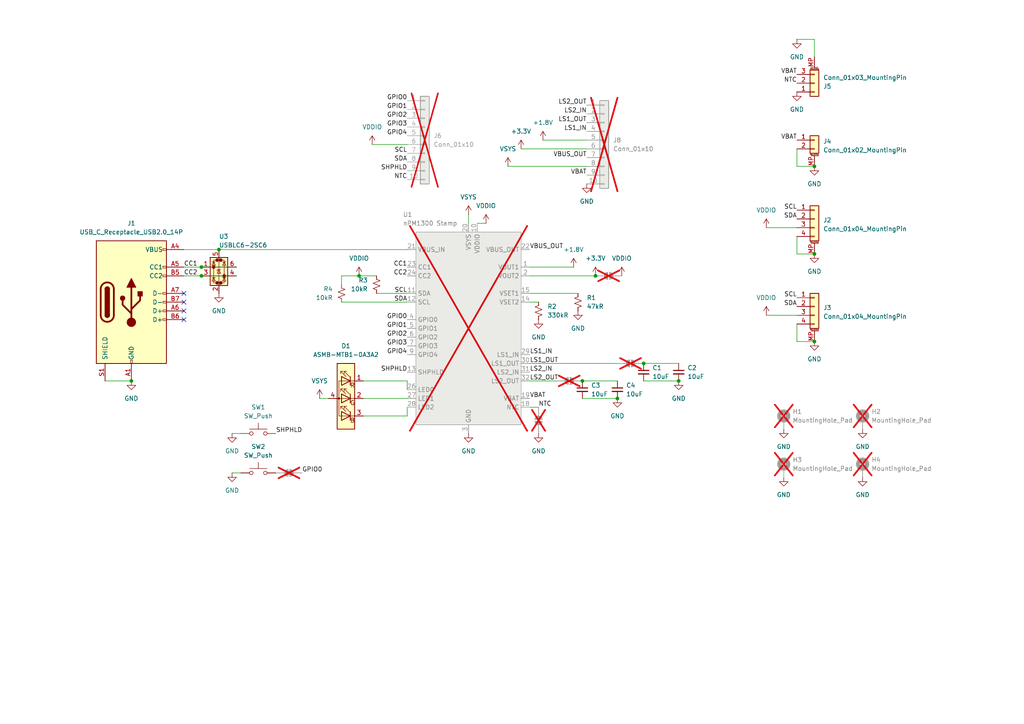
<source format=kicad_sch>
(kicad_sch (version 20231120) (generator "eeschema") (generator_version "8.0")
  (paper "A4")
  (lib_symbols
    (symbol "+3.3V_1" (power) (pin_numbers hide) (pin_names (offset 0) hide)
      (property "Value" "+3.3V" (at 0 3.556 0))
      (symbol "+3.3V_1_0_1"
        (polyline (pts (xy -0.762 1.27) (xy 0 2.54)))
        (polyline (pts (xy 0 0) (xy 0 2.54)))
        (polyline (pts (xy 0 2.54) (xy 0.762 1.27)))
      )
      (symbol "+3.3V_1_1_1"
        (pin power_in line (at 0 0 90) (length 0) (name "~") (number "1"))
      )
    )
    (symbol "Connector:USB_C_Receptacle_USB2.0_14P" (pin_names (offset 1.016))
      (property "Reference" "J" (at 0 22.225 0))
      (property "Value" "USB_C_Receptacle_USB2.0_14P" (at 0 19.685 0))
      (symbol "USB_C_Receptacle_USB2.0_14P_0_0"
        (rectangle (start -0.254 -17.78) (end 0.254 -16.764))
        (rectangle (start 10.16 -4.826) (end 9.144 -5.334))
        (rectangle (start 10.16 -2.286) (end 9.144 -2.794))
        (rectangle (start 10.16 0.254) (end 9.144 -0.254))
        (rectangle (start 10.16 2.794) (end 9.144 2.286))
        (rectangle (start 10.16 7.874) (end 9.144 7.366))
        (rectangle (start 10.16 10.414) (end 9.144 9.906))
        (rectangle (start 10.16 15.494) (end 9.144 14.986))
      )
      (symbol "USB_C_Receptacle_USB2.0_14P_0_1"
        (rectangle (start -10.16 17.78) (end 10.16 -17.78) (stroke (width 0.254)) (fill (type background)))
        (arc (start -8.89 -3.81) (mid -6.985 -5.7067) (end -5.08 -3.81) (stroke (width 0.508)))
        (arc (start -7.62 -3.81) (mid -6.985 -4.4423) (end -6.35 -3.81) (stroke (width 0.254)))
        (arc (start -7.62 -3.81) (mid -6.985 -4.4423) (end -6.35 -3.81) (stroke (width 0.254)) (fill (type outline)))
        (rectangle (start -7.62 -3.81) (end -6.35 3.81) (stroke (width 0.254)) (fill (type outline)))
        (arc (start -6.35 3.81) (mid -6.985 4.4423) (end -7.62 3.81) (stroke (width 0.254)))
        (arc (start -6.35 3.81) (mid -6.985 4.4423) (end -7.62 3.81) (stroke (width 0.254)) (fill (type outline)))
        (arc (start -5.08 3.81) (mid -6.985 5.7067) (end -8.89 3.81) (stroke (width 0.508)))
        (circle (center -2.54 1.143) (radius 0.635) (stroke (width 0.254)) (fill (type outline)))
        (circle (center 0 -5.842) (radius 1.27) (fill (type outline)))
        (polyline (pts (xy -8.89 -3.81) (xy -8.89 3.81)) (stroke (width 0.508)))
        (polyline (pts (xy -5.08 3.81) (xy -5.08 -3.81)) (stroke (width 0.508)))
        (polyline (pts (xy 0 -5.842) (xy 0 4.318)) (stroke (width 0.508)))
        (polyline (pts (xy 0 -3.302) (xy -2.54 -0.762) (xy -2.54 0.508)) (stroke (width 0.508)))
        (polyline (pts (xy 0 -2.032) (xy 2.54 0.508) (xy 2.54 1.778)) (stroke (width 0.508)))
        (polyline (pts (xy -1.27 4.318) (xy 0 6.858) (xy 1.27 4.318) (xy -1.27 4.318)) (stroke (width 0.254)) (fill (type outline)))
        (rectangle (start 1.905 1.778) (end 3.175 3.048) (stroke (width 0.254)) (fill (type outline)))
      )
      (symbol "USB_C_Receptacle_USB2.0_14P_1_1"
        (pin passive line (at 0 -22.86 90) (length 5.08) (name "GND") (number "A1"))
        (pin passive line (at 0 -22.86 90) (length 5.08) hide (name "GND") (number "A12"))
        (pin passive line (at 15.24 15.24 180) (length 5.08) (name "VBUS") (number "A4"))
        (pin bidirectional line (at 15.24 10.16 180) (length 5.08) (name "CC1") (number "A5"))
        (pin bidirectional line (at 15.24 -2.54 180) (length 5.08) (name "D+") (number "A6"))
        (pin bidirectional line (at 15.24 2.54 180) (length 5.08) (name "D-") (number "A7"))
        (pin passive line (at 15.24 15.24 180) (length 5.08) hide (name "VBUS") (number "A9"))
        (pin passive line (at 0 -22.86 90) (length 5.08) hide (name "GND") (number "B1"))
        (pin passive line (at 0 -22.86 90) (length 5.08) hide (name "GND") (number "B12"))
        (pin passive line (at 15.24 15.24 180) (length 5.08) hide (name "VBUS") (number "B4"))
        (pin bidirectional line (at 15.24 7.62 180) (length 5.08) (name "CC2") (number "B5"))
        (pin bidirectional line (at 15.24 -5.08 180) (length 5.08) (name "D+") (number "B6"))
        (pin bidirectional line (at 15.24 0 180) (length 5.08) (name "D-") (number "B7"))
        (pin passive line (at 15.24 15.24 180) (length 5.08) hide (name "VBUS") (number "B9"))
        (pin passive line (at -7.62 -22.86 90) (length 5.08) (name "SHIELD") (number "S1"))
      )
    )
    (symbol "Connector_Generic:Conn_01x10" (pin_names (offset 1.016) hide)
      (property "Reference" "J" (at 0 12.7 0))
      (property "Value" "Conn_01x10" (at 0 -15.24 0))
      (symbol "Conn_01x10_1_1"
        (rectangle (start -1.27 -12.573) (end 0 -12.827) (stroke (width 0.1524)))
        (rectangle (start -1.27 -10.033) (end 0 -10.287) (stroke (width 0.1524)))
        (rectangle (start -1.27 -7.493) (end 0 -7.747) (stroke (width 0.1524)))
        (rectangle (start -1.27 -4.953) (end 0 -5.207) (stroke (width 0.1524)))
        (rectangle (start -1.27 -2.413) (end 0 -2.667) (stroke (width 0.1524)))
        (rectangle (start -1.27 0.127) (end 0 -0.127) (stroke (width 0.1524)))
        (rectangle (start -1.27 2.667) (end 0 2.413) (stroke (width 0.1524)))
        (rectangle (start -1.27 5.207) (end 0 4.953) (stroke (width 0.1524)))
        (rectangle (start -1.27 7.747) (end 0 7.493) (stroke (width 0.1524)))
        (rectangle (start -1.27 10.287) (end 0 10.033) (stroke (width 0.1524)))
        (rectangle (start -1.27 11.43) (end 1.27 -13.97) (stroke (width 0.254)) (fill (type background)))
        (pin passive line (at -5.08 10.16 0) (length 3.81) (name "Pin_1") (number "1"))
        (pin passive line (at -5.08 -12.7 0) (length 3.81) (name "Pin_10") (number "10"))
        (pin passive line (at -5.08 7.62 0) (length 3.81) (name "Pin_2") (number "2"))
        (pin passive line (at -5.08 5.08 0) (length 3.81) (name "Pin_3") (number "3"))
        (pin passive line (at -5.08 2.54 0) (length 3.81) (name "Pin_4") (number "4"))
        (pin passive line (at -5.08 0 0) (length 3.81) (name "Pin_5") (number "5"))
        (pin passive line (at -5.08 -2.54 0) (length 3.81) (name "Pin_6") (number "6"))
        (pin passive line (at -5.08 -5.08 0) (length 3.81) (name "Pin_7") (number "7"))
        (pin passive line (at -5.08 -7.62 0) (length 3.81) (name "Pin_8") (number "8"))
        (pin passive line (at -5.08 -10.16 0) (length 3.81) (name "Pin_9") (number "9"))
      )
    )
    (symbol "Connector_Generic_MountingPin:Conn_01x02_MountingPin" (pin_names (offset 1.016) hide)
      (property "Reference" "J" (at 0 2.54 0))
      (property "Value" "Conn_01x02_MountingPin" (at 1.27 -5.08 0))
      (symbol "Conn_01x02_MountingPin_1_1"
        (rectangle (start -1.27 -2.413) (end 0 -2.667) (stroke (width 0.1524)))
        (rectangle (start -1.27 0.127) (end 0 -0.127) (stroke (width 0.1524)))
        (rectangle (start -1.27 1.27) (end 1.27 -3.81) (stroke (width 0.254)) (fill (type background)))
        (polyline (pts (xy -1.016 -4.572) (xy 1.016 -4.572)) (stroke (width 0.1524)))
        (text "Mounting" (at 0 -4.191 0) (effects (font (size 0.381 0.381))))
        (pin passive line (at -5.08 0 0) (length 3.81) (name "Pin_1") (number "1"))
        (pin passive line (at -5.08 -2.54 0) (length 3.81) (name "Pin_2") (number "2"))
        (pin passive line (at 0 -7.62 90) (length 3.048) (name "MountPin") (number "MP"))
      )
    )
    (symbol "Connector_Generic_MountingPin:Conn_01x03_MountingPin" (pin_names (offset 1.016) hide)
      (property "Reference" "J" (at 0 5.08 0))
      (property "Value" "Conn_01x03_MountingPin" (at 1.27 -5.08 0))
      (symbol "Conn_01x03_MountingPin_1_1"
        (rectangle (start -1.27 -2.413) (end 0 -2.667) (stroke (width 0.1524)))
        (rectangle (start -1.27 0.127) (end 0 -0.127) (stroke (width 0.1524)))
        (rectangle (start -1.27 2.667) (end 0 2.413) (stroke (width 0.1524)))
        (rectangle (start -1.27 3.81) (end 1.27 -3.81) (stroke (width 0.254)) (fill (type background)))
        (polyline (pts (xy -1.016 -4.572) (xy 1.016 -4.572)) (stroke (width 0.1524)))
        (text "Mounting" (at 0 -4.191 0) (effects (font (size 0.381 0.381))))
        (pin passive line (at -5.08 2.54 0) (length 3.81) (name "Pin_1") (number "1"))
        (pin passive line (at -5.08 0 0) (length 3.81) (name "Pin_2") (number "2"))
        (pin passive line (at -5.08 -2.54 0) (length 3.81) (name "Pin_3") (number "3"))
        (pin passive line (at 0 -7.62 90) (length 3.048) (name "MountPin") (number "MP"))
      )
    )
    (symbol "Connector_Generic_MountingPin:Conn_01x04_MountingPin" (pin_names (offset 1.016) hide)
      (property "Reference" "J" (at 0 5.08 0))
      (property "Value" "Conn_01x04_MountingPin" (at 1.27 -7.62 0))
      (symbol "Conn_01x04_MountingPin_1_1"
        (rectangle (start -1.27 -4.953) (end 0 -5.207) (stroke (width 0.1524)))
        (rectangle (start -1.27 -2.413) (end 0 -2.667) (stroke (width 0.1524)))
        (rectangle (start -1.27 0.127) (end 0 -0.127) (stroke (width 0.1524)))
        (rectangle (start -1.27 2.667) (end 0 2.413) (stroke (width 0.1524)))
        (rectangle (start -1.27 3.81) (end 1.27 -6.35) (stroke (width 0.254)) (fill (type background)))
        (polyline (pts (xy -1.016 -7.112) (xy 1.016 -7.112)) (stroke (width 0.1524)))
        (text "Mounting" (at 0 -6.731 0) (effects (font (size 0.381 0.381))))
        (pin passive line (at -5.08 2.54 0) (length 3.81) (name "Pin_1") (number "1"))
        (pin passive line (at -5.08 0 0) (length 3.81) (name "Pin_2") (number "2"))
        (pin passive line (at -5.08 -2.54 0) (length 3.81) (name "Pin_3") (number "3"))
        (pin passive line (at -5.08 -5.08 0) (length 3.81) (name "Pin_4") (number "4"))
        (pin passive line (at 0 -10.16 90) (length 3.048) (name "MountPin") (number "MP"))
      )
    )
    (symbol "Device:C_Small" (pin_numbers hide) (pin_names (offset 0.254) hide)
      (property "Reference" "C" (at 0.254 1.778 0))
      (property "Value" "C_Small" (at 0.254 -2.032 0))
      (symbol "C_Small_0_1"
        (polyline (pts (xy -1.524 -0.508) (xy 1.524 -0.508)) (stroke (width 0.3302)))
        (polyline (pts (xy -1.524 0.508) (xy 1.524 0.508)) (stroke (width 0.3048)))
      )
      (symbol "C_Small_1_1"
        (pin passive line (at 0 2.54 270) (length 2.032) (name "~") (number "1"))
        (pin passive line (at 0 -2.54 90) (length 2.032) (name "~") (number "2"))
      )
    )
    (symbol "Device:R_Small_US" (pin_numbers hide) (pin_names (offset 0.254) hide)
      (property "Reference" "R" (at 0.762 0.508 0))
      (property "Value" "R_Small_US" (at 0.762 -1.016 0))
      (symbol "R_Small_US_1_1"
        (polyline (pts (xy 0 0) (xy 1.016 -0.381) (xy 0 -0.762) (xy -1.016 -1.143) (xy 0 -1.524)))
        (polyline (pts (xy 0 1.524) (xy 1.016 1.143) (xy 0 0.762) (xy -1.016 0.381) (xy 0 0)))
        (pin passive line (at 0 2.54 270) (length 1.016) (name "~") (number "1"))
        (pin passive line (at 0 -2.54 90) (length 1.016) (name "~") (number "2"))
      )
    )
    (symbol "Jumper:SolderJumper_2_Bridged" (pin_numbers hide) (pin_names (offset 0) hide) (exclude_from_sim yes) (in_bom no)
      (property "Reference" "JP" (at 0 2.032 0))
      (property "Value" "SolderJumper_2_Bridged" (at 0 -2.54 0))
      (symbol "SolderJumper_2_Bridged_0_1"
        (rectangle (start -0.508 0.508) (end 0.508 -0.508) (fill (type outline)))
        (arc (start -0.254 1.016) (mid -1.2656 0) (end -0.254 -1.016))
        (arc (start -0.254 1.016) (mid -1.2656 0) (end -0.254 -1.016) (fill (type outline)))
        (polyline (pts (xy -0.254 1.016) (xy -0.254 -1.016)))
        (polyline (pts (xy 0.254 1.016) (xy 0.254 -1.016)))
        (arc (start 0.254 -1.016) (mid 1.2656 0) (end 0.254 1.016))
        (arc (start 0.254 -1.016) (mid 1.2656 0) (end 0.254 1.016) (fill (type outline)))
      )
      (symbol "SolderJumper_2_Bridged_1_1"
        (pin passive line (at -3.81 0 0) (length 2.54) (name "A") (number "1"))
        (pin passive line (at 3.81 0 180) (length 2.54) (name "B") (number "2"))
      )
    )
    (symbol "Jumper:SolderJumper_2_Open" (pin_numbers hide) (pin_names (offset 0) hide) (exclude_from_sim yes) (in_bom no)
      (property "Reference" "JP" (at 0 2.032 0))
      (property "Value" "SolderJumper_2_Open" (at 0 -2.54 0))
      (symbol "SolderJumper_2_Open_0_1"
        (arc (start -0.254 1.016) (mid -1.2656 0) (end -0.254 -1.016))
        (arc (start -0.254 1.016) (mid -1.2656 0) (end -0.254 -1.016) (fill (type outline)))
        (polyline (pts (xy -0.254 1.016) (xy -0.254 -1.016)))
        (polyline (pts (xy 0.254 1.016) (xy 0.254 -1.016)))
        (arc (start 0.254 -1.016) (mid 1.2656 0) (end 0.254 1.016))
        (arc (start 0.254 -1.016) (mid 1.2656 0) (end 0.254 1.016) (fill (type outline)))
      )
      (symbol "SolderJumper_2_Open_1_1"
        (pin passive line (at -3.81 0 0) (length 2.54) (name "A") (number "1"))
        (pin passive line (at 3.81 0 180) (length 2.54) (name "B") (number "2"))
      )
    )
    (symbol "LED:ASMB-MTB1-0A3A2" (pin_names (offset 0) hide)
      (property "Reference" "D" (at 0 12.7 0))
      (property "Value" "ASMB-MTB1-0A3A2" (at 1.27 -11.43 0))
      (symbol "ASMB-MTB1-0A3A2_0_0"
        (text "B" (at -1.905 -6.35 0) (effects (font (size 1.27 1.27))))
        (text "G" (at -1.905 -1.27 0) (effects (font (size 1.27 1.27))))
        (text "R" (at -1.905 3.81 0) (effects (font (size 1.27 1.27))))
      )
      (symbol "ASMB-MTB1-0A3A2_0_1"
        (polyline (pts (xy -2.54 -5.08) (xy 1.27 -5.08)))
        (polyline (pts (xy -1.27 -3.81) (xy -1.27 -6.35)) (stroke (width 0.254)))
        (polyline (pts (xy -1.27 1.27) (xy -1.27 -1.27)) (stroke (width 0.254)))
        (polyline (pts (xy -1.27 6.35) (xy -1.27 3.81)) (stroke (width 0.254)))
        (polyline (pts (xy 1.27 5.08) (xy -2.54 5.08)))
        (polyline (pts (xy 2.54 0) (xy -2.54 0)))
        (polyline (pts (xy 1.27 -5.08) (xy 2.032 -5.08) (xy 2.032 5.08) (xy 1.27 5.08)))
        (polyline (pts (xy 1.27 -3.81) (xy 1.27 -6.35) (xy -1.27 -5.08) (xy 1.27 -3.81)) (stroke (width 0.254)))
        (polyline (pts (xy 1.27 1.27) (xy 1.27 -1.27) (xy -1.27 0) (xy 1.27 1.27)) (stroke (width 0.254)))
        (polyline (pts (xy 1.27 6.35) (xy 1.27 3.81) (xy -1.27 5.08) (xy 1.27 6.35)) (stroke (width 0.254)))
        (polyline (pts (xy -1.016 -3.81) (xy 0.508 -2.286) (xy -0.254 -2.286) (xy 0.508 -2.286) (xy 0.508 -3.048)))
        (polyline (pts (xy -1.016 1.27) (xy 0.508 2.794) (xy -0.254 2.794) (xy 0.508 2.794) (xy 0.508 2.032)))
        (polyline (pts (xy -1.016 6.35) (xy 0.508 7.874) (xy -0.254 7.874) (xy 0.508 7.874) (xy 0.508 7.112)))
        (polyline (pts (xy 0 -3.81) (xy 1.524 -2.286) (xy 0.762 -2.286) (xy 1.524 -2.286) (xy 1.524 -3.048)))
        (polyline (pts (xy 0 1.27) (xy 1.524 2.794) (xy 0.762 2.794) (xy 1.524 2.794) (xy 1.524 2.032)))
        (polyline (pts (xy 0 6.35) (xy 1.524 7.874) (xy 0.762 7.874) (xy 1.524 7.874) (xy 1.524 7.112)))
        (rectangle (start 1.27 6.35) (end 1.27 6.35))
        (circle (center 2.032 0) (radius 0.254) (fill (type outline)))
        (rectangle (start 2.54 -8.89) (end -2.54 10.16) (stroke (width 0.254)) (fill (type background)))
      )
      (symbol "ASMB-MTB1-0A3A2_1_1"
        (pin passive line (at -5.08 5.08 0) (length 2.54) (name "RK") (number "1"))
        (pin passive line (at -5.08 0 0) (length 2.54) (name "GK") (number "2"))
        (pin passive line (at -5.08 -5.08 0) (length 2.54) (name "BK") (number "3"))
        (pin passive line (at 5.08 0 180) (length 2.54) (name "A") (number "4"))
      )
    )
    (symbol "Mechanical:MountingHole_Pad" (pin_numbers hide) (pin_names (offset 1.016) hide) (exclude_from_sim yes) (in_bom no)
      (property "Reference" "H" (at 0 6.35 0))
      (property "Value" "MountingHole_Pad" (at 0 4.445 0))
      (symbol "MountingHole_Pad_0_1"
        (circle (center 0 1.27) (radius 1.27) (stroke (width 1.27)))
      )
      (symbol "MountingHole_Pad_1_1"
        (pin input line (at 0 -2.54 90) (length 2.54) (name "1") (number "1"))
      )
    )
    (symbol "Power_Protection:USBLC6-2SC6" (pin_names hide)
      (property "Reference" "U" (at 0.635 5.715 0))
      (property "Value" "USBLC6-2SC6" (at 0.635 3.81 0))
      (symbol "USBLC6-2SC6_0_0"
        (circle (center -1.524 0) (radius 0.0001) (stroke (width 0.508)))
        (circle (center -0.508 -4.572) (radius 0.0001) (stroke (width 0.508)))
        (circle (center -0.508 2.032) (radius 0.0001) (stroke (width 0.508)))
        (circle (center 0.508 -4.572) (radius 0.0001) (stroke (width 0.508)))
        (circle (center 0.508 2.032) (radius 0.0001) (stroke (width 0.508)))
        (circle (center 1.524 -2.54) (radius 0.0001) (stroke (width 0.508)))
      )
      (symbol "USBLC6-2SC6_0_1"
        (polyline (pts (xy -2.54 -2.54) (xy 2.54 -2.54)))
        (polyline (pts (xy -2.54 0) (xy 2.54 0)))
        (polyline (pts (xy -2.032 -3.048) (xy -1.016 -3.048)))
        (polyline (pts (xy -1.016 1.524) (xy -2.032 1.524)))
        (polyline (pts (xy 1.016 -3.048) (xy 2.032 -3.048)))
        (polyline (pts (xy 1.016 1.524) (xy 2.032 1.524)))
        (polyline (pts (xy -0.508 -1.143) (xy -0.508 -0.762) (xy 0.508 -0.762)))
        (polyline (pts (xy -2.032 0.508) (xy -1.016 0.508) (xy -1.524 1.524) (xy -2.032 0.508)))
        (polyline (pts (xy -1.016 -4.064) (xy -2.032 -4.064) (xy -1.524 -3.048) (xy -1.016 -4.064)))
        (polyline (pts (xy 0.508 -1.778) (xy -0.508 -1.778) (xy 0 -0.762) (xy 0.508 -1.778)))
        (polyline (pts (xy 2.032 -4.064) (xy 1.016 -4.064) (xy 1.524 -3.048) (xy 2.032 -4.064)))
        (polyline (pts (xy 2.032 0.508) (xy 1.016 0.508) (xy 1.524 1.524) (xy 2.032 0.508)))
        (polyline (pts (xy 0 2.54) (xy -0.508 2.032) (xy 0.508 2.032) (xy 0 1.524) (xy 0 -4.064) (xy -0.508 -4.572) (xy 0.508 -4.572) (xy 0 -5.08)))
      )
      (symbol "USBLC6-2SC6_1_1"
        (rectangle (start -2.54 2.794) (end 2.54 -5.334) (stroke (width 0.254)) (fill (type background)))
        (polyline (pts (xy -0.508 2.032) (xy -1.524 2.032) (xy -1.524 -4.572) (xy -0.508 -4.572)))
        (polyline (pts (xy 0.508 -4.572) (xy 1.524 -4.572) (xy 1.524 2.032) (xy 0.508 2.032)))
        (pin passive line (at -5.08 0 0) (length 2.54) (name "I/O1") (number "1"))
        (pin passive line (at 0 -7.62 90) (length 2.54) (name "GND") (number "2"))
        (pin passive line (at -5.08 -2.54 0) (length 2.54) (name "I/O2") (number "3"))
        (pin passive line (at 5.08 -2.54 180) (length 2.54) (name "I/O2") (number "4"))
        (pin passive line (at 0 5.08 270) (length 2.54) (name "VBUS") (number "5"))
        (pin passive line (at 5.08 0 180) (length 2.54) (name "I/O1") (number "6"))
      )
    )
    (symbol "Switch:SW_Push" (pin_numbers hide) (pin_names (offset 1.016) hide)
      (property "Reference" "SW" (at 1.27 2.54 0))
      (property "Value" "SW_Push" (at 0 -1.524 0))
      (symbol "SW_Push_0_1"
        (circle (center -2.032 0) (radius 0.508))
        (polyline (pts (xy 0 1.27) (xy 0 3.048)))
        (polyline (pts (xy 2.54 1.27) (xy -2.54 1.27)))
        (circle (center 2.032 0) (radius 0.508))
        (pin passive line (at -5.08 0 0) (length 2.54) (name "1") (number "1"))
        (pin passive line (at 5.08 0 180) (length 2.54) (name "2") (number "2"))
      )
    )
    (symbol "nPM1300-Stamp:nPM1300-Stamp"
      (property "Reference" "U" (at 0 0 0))
      (property "Value" "nPM1300 Stamp" (at 0 -2.54 0))
      (symbol "nPM1300-Stamp_0_0"
        (pin power_out line (at 17.78 17.78 180) (length 2.54) (name "VOUT1") (number "1"))
        (pin power_in line (at 2.54 30.48 270) (length 2.54) (name "VDDIO") (number "10"))
        (pin bidirectional line (at -17.78 10.16 0) (length 2.54) (name "SDA") (number "11"))
        (pin input line (at -17.78 7.62 0) (length 2.54) (name "SCL") (number "12"))
        (pin input line (at -17.78 -12.7 0) (length 2.54) (name "SHPHLD") (number "13"))
        (pin passive line (at 17.78 7.62 180) (length 2.54) (name "VSET2") (number "14"))
        (pin passive line (at 17.78 10.16 180) (length 2.54) (name "VSET1") (number "15"))
        (pin passive line (at 0 -30.48 90) (length 2.54) hide (name "GND") (number "16"))
        (pin passive line (at 0 -30.48 90) (length 2.54) hide (name "GND") (number "17"))
        (pin passive line (at 17.78 -22.86 180) (length 2.54) (name "NTC") (number "18"))
        (pin power_in line (at 17.78 -20.32 180) (length 2.54) (name "VBAT") (number "19"))
        (pin power_out line (at 17.78 15.24 180) (length 2.54) (name "VOUT2") (number "2"))
        (pin power_out line (at 0 30.48 270) (length 2.54) (name "VSYS") (number "20"))
        (pin power_in line (at -17.78 22.86 0) (length 2.54) (name "VBUS_IN") (number "21"))
        (pin power_out line (at 17.78 22.86 180) (length 2.54) (name "VBUS_OUT") (number "22"))
        (pin input line (at -17.78 17.78 0) (length 2.54) (name "CC1") (number "23"))
        (pin input line (at -17.78 15.24 0) (length 2.54) (name "CC2") (number "24"))
        (pin passive line (at 0 -30.48 90) (length 2.54) hide (name "GND") (number "25"))
        (pin input line (at -17.78 -17.78 0) (length 2.54) (name "LED0") (number "26"))
        (pin input line (at -17.78 -20.32 0) (length 2.54) (name "LED1") (number "27"))
        (pin input line (at -17.78 -22.86 0) (length 2.54) (name "LED2") (number "28"))
        (pin power_in line (at 17.78 -7.62 180) (length 2.54) (name "LS1_IN") (number "29"))
        (pin power_in line (at 0 -30.48 90) (length 2.54) (name "GND") (number "3"))
        (pin power_out line (at 17.78 -10.16 180) (length 2.54) (name "LS1_OUT") (number "30"))
        (pin power_in line (at 17.78 -12.7 180) (length 2.54) (name "LS2_IN") (number "31"))
        (pin power_out line (at 17.78 -15.24 180) (length 2.54) (name "LS2_OUT") (number "32"))
        (pin bidirectional line (at -17.78 2.54 0) (length 2.54) (name "GPIO0") (number "4"))
        (pin bidirectional line (at -17.78 0 0) (length 2.54) (name "GPIO1") (number "5"))
        (pin bidirectional line (at -17.78 -2.54 0) (length 2.54) (name "GPIO2") (number "6"))
        (pin bidirectional line (at -17.78 -5.08 0) (length 2.54) (name "GPIO3") (number "7"))
        (pin passive line (at 0 -30.48 90) (length 2.54) hide (name "GND") (number "8"))
        (pin bidirectional line (at -17.78 -7.62 0) (length 2.54) (name "GPIO4") (number "9"))
      )
      (symbol "nPM1300-Stamp_1_1"
        (rectangle (start -15.24 27.94) (end 15.24 -27.94) (fill (type background)))
      )
    )
    (symbol "power:+3.3V" (power) (pin_names (offset 0))
      (property "Value" "+3.3V" (at 0 3.556 0))
      (symbol "+3.3V_0_1"
        (polyline (pts (xy -0.762 1.27) (xy 0 2.54)))
        (polyline (pts (xy 0 0) (xy 0 2.54)))
        (polyline (pts (xy 0 2.54) (xy 0.762 1.27)))
      )
      (symbol "+3.3V_1_1"
        (pin power_in line (at 0 0 90) (length 0) hide (name "+3.3V") (number "1"))
      )
    )
    (symbol "power:GND" (power) (pin_numbers hide) (pin_names (offset 0) hide)
      (property "Value" "GND" (at 0 -3.81 0))
      (symbol "GND_0_1"
        (polyline (pts (xy 0 0) (xy 0 -1.27) (xy 1.27 -1.27) (xy 0 -2.54) (xy -1.27 -1.27) (xy 0 -1.27)))
      )
      (symbol "GND_1_1"
        (pin power_in line (at 0 0 270) (length 0) (name "~") (number "1"))
      )
    )
  )
  (junction (at 38.1 110.49))
  (junction (at 104.14 80.01))
  (junction (at 236.22 99.06))
  (junction (at 63.5 72.39))
  (junction (at 168.91 110.49))
  (junction (at 58.42 80.01))
  (junction (at 179.07 115.57))
  (junction (at 236.22 73.66))
  (junction (at 58.42 77.47))
  (junction (at 172.72 80.01))
  (junction (at 196.85 110.49))
  (junction (at 236.22 48.26))
  (junction (at 186.69 105.41))
  (no_connect (at 53.34 87.63))
  (no_connect (at 53.34 90.17))
  (no_connect (at 53.34 92.71))
  (no_connect (at 53.34 85.09))
  (wire (pts (xy 104.14 80.01) (xy 99.06 80.01)))
  (wire (pts (xy 67.31 125.73) (xy 69.85 125.73)))
  (wire (pts (xy 236.22 99.06) (xy 231.14 99.06)))
  (wire (pts (xy 222.25 91.44) (xy 231.14 91.44)))
  (wire (pts (xy 118.11 120.65) (xy 118.11 118.11)))
  (wire (pts (xy 236.22 73.66) (xy 231.14 73.66)))
  (wire (pts (xy 67.31 137.16) (xy 69.85 137.16)))
  (wire (pts (xy 236.22 11.43) (xy 236.22 16.51)))
  (wire (pts (xy 53.34 80.01) (xy 58.42 80.01)))
  (wire (pts (xy 231.14 11.43) (xy 236.22 11.43)))
  (wire (pts (xy 153.67 80.01) (xy 172.72 80.01)))
  (wire (pts (xy 156.21 118.11) (xy 153.67 118.11)))
  (wire (pts (xy 109.22 80.01) (xy 104.14 80.01)))
  (wire (pts (xy 167.64 85.09) (xy 153.67 85.09)))
  (wire (pts (xy 58.42 80.01) (xy 68.58 80.01)))
  (wire (pts (xy 168.91 110.49) (xy 179.07 110.49)))
  (wire (pts (xy 186.69 105.41) (xy 196.85 105.41)))
  (wire (pts (xy 99.06 80.01) (xy 99.06 82.55)))
  (wire (pts (xy 58.42 77.47) (xy 68.58 77.47)))
  (wire (pts (xy 236.22 48.26) (xy 231.14 48.26)))
  (wire (pts (xy 231.14 48.26) (xy 231.14 43.18)))
  (wire (pts (xy 99.06 87.63) (xy 118.11 87.63)))
  (wire (pts (xy 118.11 113.03) (xy 118.11 110.49)))
  (wire (pts (xy 161.29 110.49) (xy 153.67 110.49)))
  (wire (pts (xy 53.34 77.47) (xy 58.42 77.47)))
  (wire (pts (xy 105.41 115.57) (xy 118.11 115.57)))
  (wire (pts (xy 63.5 72.39) (xy 118.11 72.39)))
  (wire (pts (xy 109.22 85.09) (xy 118.11 85.09)))
  (wire (pts (xy 147.32 48.26) (xy 170.18 48.26)))
  (wire (pts (xy 92.71 115.57) (xy 95.25 115.57)))
  (wire (pts (xy 140.97 64.77) (xy 138.43 64.77)))
  (wire (pts (xy 168.91 115.57) (xy 179.07 115.57)))
  (wire (pts (xy 151.13 43.18) (xy 170.18 43.18)))
  (wire (pts (xy 222.25 66.04) (xy 231.14 66.04)))
  (wire (pts (xy 157.48 40.64) (xy 170.18 40.64)))
  (wire (pts (xy 107.95 41.91) (xy 118.11 41.91)))
  (wire (pts (xy 153.67 105.41) (xy 179.07 105.41)))
  (wire (pts (xy 53.34 72.39) (xy 63.5 72.39)))
  (wire (pts (xy 105.41 120.65) (xy 118.11 120.65)))
  (wire (pts (xy 156.21 87.63) (xy 153.67 87.63)))
  (wire (pts (xy 153.67 77.47) (xy 166.37 77.47)))
  (wire (pts (xy 186.69 110.49) (xy 196.85 110.49)))
  (wire (pts (xy 231.14 99.06) (xy 231.14 93.98)))
  (wire (pts (xy 135.89 62.23) (xy 135.89 64.77)))
  (wire (pts (xy 231.14 73.66) (xy 231.14 68.58)))
  (wire (pts (xy 105.41 110.49) (xy 118.11 110.49)))
  (wire (pts (xy 30.48 110.49) (xy 38.1 110.49)))
  (label "VBUS_OUT" (at 153.67 72.39 0))
  (label "SDA" (at 231.14 63.5 180))
  (label "NTC" (at 118.11 52.07 180))
  (label "VBAT" (at 170.18 50.8 180))
  (label "SCL" (at 118.11 44.45 180))
  (label "SCL" (at 231.14 60.96 180))
  (label "GPIO4" (at 118.11 39.37 180))
  (label "GPIO0" (at 118.11 92.71 180))
  (label "GPIO4" (at 118.11 102.87 180))
  (label "GPIO1" (at 118.11 31.75 180))
  (label "VBAT" (at 153.67 115.57 0))
  (label "CC1" (at 118.11 77.47 180))
  (label "LS1_OUT" (at 153.67 105.41 0))
  (label "CC2" (at 118.11 80.01 180))
  (label "GPIO3" (at 118.11 100.33 180))
  (label "VBAT" (at 231.14 21.59 180))
  (label "GPIO0" (at 87.63 137.16 0))
  (label "SHPHLD" (at 118.11 107.95 180))
  (label "CC1" (at 53.34 77.47 0))
  (label "SCL" (at 231.14 86.36 180))
  (label "GPIO0" (at 118.11 29.21 180))
  (label "LS1_IN" (at 153.67 102.87 0))
  (label "SDA" (at 118.11 46.99 180))
  (label "VBUS_OUT" (at 170.18 45.72 180))
  (label "LS1_IN" (at 170.18 38.1 180))
  (label "GPIO1" (at 118.11 95.25 180))
  (label "GPIO3" (at 118.11 36.83 180))
  (label "LS2_OUT" (at 153.67 110.49 0))
  (label "GPIO2" (at 118.11 34.29 180))
  (label "SHPHLD" (at 118.11 49.53 180))
  (label "NTC" (at 231.14 24.13 180))
  (label "LS2_IN" (at 153.67 107.95 0))
  (label "LS2_OUT" (at 170.18 30.48 180))
  (label "VBAT" (at 231.14 40.64 180))
  (label "SDA" (at 231.14 88.9 180))
  (label "NTC" (at 156.21 118.11 0))
  (label "CC2" (at 53.34 80.01 0))
  (label "SDA" (at 118.11 87.63 180))
  (label "LS1_OUT" (at 170.18 35.56 180))
  (label "SHPHLD" (at 80.01 125.73 0))
  (label "LS2_IN" (at 170.18 33.02 180))
  (label "GPIO2" (at 118.11 97.79 180))
  (label "SCL" (at 118.11 85.09 180))
  (symbol (lib_id "power:GND") (at 227.33 124.46 0) (unit 1)
    (property "Reference" "#PWR014" (effects (hide yes)))
    (property "Value" "GND" (at 227.33 129.54 0))
    (property "Description" "Power symbol creates a global label with name \"GND\" , ground" (effects (hide yes)))
  )
  (symbol (lib_id "power:+3.3V") (at 180.34 80.01 0) (unit 1)
    (property "Reference" "#PWR026" (effects (hide yes)))
    (property "Value" "VDDIO" (at 180.34 74.93 0))
    (property "Description" "Power symbol creates a global label with name \"+3.3V\"" (effects (hide yes)))
  )
  (symbol (lib_id "power:GND") (at 167.64 90.17 0) (mirror y) (unit 1)
    (property "Reference" "#PWR08" (effects (hide yes)))
    (property "Value" "GND" (at 167.64 95.25 0))
    (property "Description" "Power symbol creates a global label with name \"GND\" , ground" (effects (hide yes)))
  )
  (symbol (lib_id "Mechanical:MountingHole_Pad") (at 250.19 135.89 0) (unit 1) (exclude_from_sim yes) (in_bom no) (dnp yes)
    (property "Reference" "H4" (at 252.73 133.3499 0) (effects (justify left)))
    (property "Value" "MountingHole_Pad" (at 252.73 135.8899 0) (effects (justify left)))
    (property "Footprint" "MountingHole:MountingHole_2.5mm_Pad_TopBottom" (effects (hide yes)))
    (property "Description" "Mounting Hole with connection" (effects (hide yes)))
  )
  (symbol (lib_id "power:+3.3V") (at 147.32 48.26 0) (unit 1)
    (property "Reference" "#PWR030" (effects (hide yes)))
    (property "Value" "VSYS" (at 147.32 43.18 0))
    (property "Description" "Power symbol creates a global label with name \"+3.3V\"" (effects (hide yes)))
  )
  (symbol (lib_id "power:GND") (at 179.07 115.57 0) (mirror y) (unit 1)
    (property "Reference" "#PWR012" (effects (hide yes)))
    (property "Value" "GND" (at 179.07 120.65 0))
    (property "Description" "Power symbol creates a global label with name \"GND\" , ground" (effects (hide yes)))
  )
  (symbol (lib_id "power:GND") (at 196.85 110.49 0) (mirror y) (unit 1)
    (property "Reference" "#PWR011" (effects (hide yes)))
    (property "Value" "GND" (at 196.85 115.57 0))
    (property "Description" "Power symbol creates a global label with name \"GND\" , ground" (effects (hide yes)))
  )
  (symbol (lib_id "Mechanical:MountingHole_Pad") (at 250.19 121.92 0) (unit 1) (exclude_from_sim yes) (in_bom no) (dnp yes)
    (property "Reference" "H2" (at 252.73 119.3799 0) (effects (justify left)))
    (property "Value" "MountingHole_Pad" (at 252.73 121.9199 0) (effects (justify left)))
    (property "Footprint" "MountingHole:MountingHole_2.5mm_Pad_TopBottom" (effects (hide yes)))
    (property "Description" "Mounting Hole with connection" (effects (hide yes)))
  )
  (symbol (lib_id "power:+3.3V") (at 157.48 40.64 0) (unit 1)
    (property "Reference" "#PWR032" (effects (hide yes)))
    (property "Value" "+1.8V" (at 157.48 35.56 0))
    (property "Description" "Power symbol creates a global label with name \"+3.3V\"" (effects (hide yes)))
  )
  (symbol (lib_id "Device:C_Small") (at 179.07 113.03 0) (mirror y) (unit 1)
    (property "Reference" "C4" (at 181.61 111.7662 0) (effects (justify right)))
    (property "Value" "10uF" (at 181.61 114.3062 0) (effects (justify right)))
    (property "Footprint" "Capacitor_SMD:C_0603_1608Metric" (effects (hide yes)))
    (property "Description" "Unpolarized capacitor, small symbol" (effects (hide yes)))
    (property "LCSC" "C96446" (effects (hide yes)))
  )
  (symbol (lib_id "LED:ASMB-MTB1-0A3A2") (at 100.33 115.57 0) (mirror y) (unit 1)
    (property "Reference" "D1" (at 100.33 100.33 0))
    (property "Value" "ASMB-MTB1-0A3A2" (at 100.33 102.87 0))
    (property "Footprint" "LED_SMD:LED_Avago_PLCC4_3.2x2.8mm_CW" (effects (hide yes)))
    (property "Datasheet" "https://docs.broadcom.com/docs/AV02-4194EN" (effects (hide yes)))
    (property "Description" "Tricolor Black Surface LED, Common Anode Pin 4, PLCC-4" (effects (hide yes)))
    (property "LCSC" "C516144" (effects (hide yes)))
  )
  (symbol (lib_id "power:GND") (at 231.14 26.67 0) (unit 1)
    (property "Reference" "#PWR019" (effects (hide yes)))
    (property "Value" "GND" (at 231.14 31.75 0))
    (property "Description" "Power symbol creates a global label with name \"GND\" , ground" (effects (hide yes)))
  )
  (symbol (lib_id "Connector_Generic:Conn_01x10") (at 123.19 39.37 0) (unit 1) (dnp yes)
    (property "Reference" "J6" (at 125.73 39.3699 0) (effects (justify left)))
    (property "Value" "Conn_01x10" (at 125.73 41.9099 0) (effects (justify left)))
    (property "Footprint" "Connector_PinHeader_2.54mm:PinHeader_1x10_P2.54mm_Vertical" (effects (hide yes)))
    (property "Description" "Generic connector, single row, 01x10, script generated (kicad-library-utils/schlib/autogen/connector/)" (effects (hide yes)))
  )
  (symbol (lib_id "Device:R_Small_US") (at 156.21 90.17 0) (mirror y) (unit 1)
    (property "Reference" "R2" (at 158.75 88.8999 0) (effects (justify right)))
    (property "Value" "330kR" (at 158.75 91.4399 0) (effects (justify right)))
    (property "Footprint" "Resistor_SMD:R_0402_1005Metric" (effects (hide yes)))
    (property "Description" "Resistor, small US symbol" (effects (hide yes)))
    (property "LCSC" "C25778" (effects (hide yes)))
  )
  (symbol (lib_id "power:GND") (at 63.5 85.09 0) (unit 1)
    (property "Reference" "#PWR03" (effects (hide yes)))
    (property "Value" "GND" (at 63.5 90.17 0))
    (property "Description" "Power symbol creates a global label with name \"GND\" , ground" (effects (hide yes)))
  )
  (symbol (lib_id "power:+3.3V") (at 135.89 62.23 0) (unit 1)
    (property "Reference" "#PWR021" (effects (hide yes)))
    (property "Value" "VSYS" (at 135.89 57.15 0))
    (property "Description" "Power symbol creates a global label with name \"+3.3V\"" (effects (hide yes)))
  )
  (symbol (lib_id "power:GND") (at 156.21 92.71 0) (mirror y) (unit 1)
    (property "Reference" "#PWR09" (effects (hide yes)))
    (property "Value" "GND" (at 156.21 97.79 0))
    (property "Description" "Power symbol creates a global label with name \"GND\" , ground" (effects (hide yes)))
  )
  (symbol (lib_id "Device:C_Small") (at 186.69 107.95 0) (mirror y) (unit 1)
    (property "Reference" "C1" (at 189.23 106.6862 0) (effects (justify right)))
    (property "Value" "10uF" (at 189.23 109.2262 0) (effects (justify right)))
    (property "Footprint" "Capacitor_SMD:C_0603_1608Metric" (effects (hide yes)))
    (property "Description" "Unpolarized capacitor, small symbol" (effects (hide yes)))
    (property "LCSC" "C96446" (effects (hide yes)))
  )
  (symbol (lib_id "Jumper:SolderJumper_2_Open") (at 156.21 121.92 90) (mirror x) (unit 1) (exclude_from_sim yes) (in_bom no) (dnp yes)
    (property "Reference" "JP3" (effects (hide yes)))
    (property "Value" "SolderJumper_2_Open" (effects (hide yes)))
    (property "Footprint" "Jumper:SolderJumper-2_P1.3mm_Open_Pad1.0x1.5mm" (effects (hide yes)))
    (property "Description" "Solder Jumper, 2-pole, open" (effects (hide yes)))
  )
  (symbol (lib_id "power:+3.3V") (at 104.14 80.01 0) (unit 1)
    (property "Reference" "#PWR023" (effects (hide yes)))
    (property "Value" "VDDIO" (at 104.14 74.93 0))
    (property "Description" "Power symbol creates a global label with name \"+3.3V\"" (effects (hide yes)))
  )
  (symbol (lib_id "Connector_Generic_MountingPin:Conn_01x02_MountingPin") (at 236.22 40.64 0) (unit 1)
    (property "Reference" "J4" (at 238.76 40.9955 0) (effects (justify left)))
    (property "Value" "Conn_01x02_MountingPin" (at 238.76 43.5355 0) (effects (justify left)))
    (property "Footprint" "Connector_JST:JST_PH_S2B-PH-SM4-TB_1x02-1MP_P2.00mm_Horizontal" (effects (hide yes)))
    (property "Description" "Generic connectable mounting pin connector, single row, 01x02, script generated (kicad-library-utils/schlib/autogen/connector/)" (effects (hide yes)))
    (property "LCSC" "C3029440" (effects (hide yes)))
  )
  (symbol (lib_id "Connector_Generic_MountingPin:Conn_01x03_MountingPin") (at 236.22 24.13 0) (mirror x) (unit 1)
    (property "Reference" "J5" (at 238.76 25.0445 0) (effects (justify left)))
    (property "Value" "Conn_01x03_MountingPin" (at 238.76 22.5045 0) (effects (justify left)))
    (property "Footprint" "Connector_JST:JST_SH_SM03B-SRSS-TB_1x03-1MP_P1.00mm_Horizontal" (effects (hide yes)))
    (property "Description" "Generic connectable mounting pin connector, single row, 01x03, script generated (kicad-library-utils/schlib/autogen/connector/)" (effects (hide yes)))
    (property "LCSC" "C7433424" (effects (hide yes)))
  )
  (symbol (lib_id "power:GND") (at 250.19 138.43 0) (unit 1)
    (property "Reference" "#PWR017" (effects (hide yes)))
    (property "Value" "GND" (at 250.19 143.51 0))
    (property "Description" "Power symbol creates a global label with name \"GND\" , ground" (effects (hide yes)))
  )
  (symbol (lib_id "Jumper:SolderJumper_2_Open") (at 182.88 105.41 0) (mirror y) (unit 1) (exclude_from_sim yes) (in_bom no) (dnp yes)
    (property "Reference" "JP1" (effects (hide yes)))
    (property "Value" "SolderJumper_2_Open" (effects (hide yes)))
    (property "Footprint" "Jumper:SolderJumper-2_P1.3mm_Open_Pad1.0x1.5mm" (effects (hide yes)))
    (property "Description" "Solder Jumper, 2-pole, open" (effects (hide yes)))
  )
  (symbol (lib_id "power:GND") (at 236.22 73.66 0) (unit 1)
    (property "Reference" "#PWR05" (effects (hide yes)))
    (property "Value" "GND" (at 236.22 78.74 0))
    (property "Description" "Power symbol creates a global label with name \"GND\" , ground" (effects (hide yes)))
  )
  (symbol (lib_name "+3.3V_1") (lib_id "power:+3.3V") (at 166.37 77.47 0) (unit 1)
    (property "Reference" "#PWR025" (effects (hide yes)))
    (property "Value" "+1.8V" (at 166.37 72.39 0))
    (property "Description" "Power symbol creates a global label with name \"+3.3V\"" (effects (hide yes)))
  )
  (symbol (lib_id "Jumper:SolderJumper_2_Bridged") (at 83.82 137.16 0) (unit 1) (exclude_from_sim yes) (in_bom no) (dnp yes)
    (property "Reference" "JP5" (effects (hide yes)))
    (property "Value" "SolderJumper_2_Bridged" (effects (hide yes)))
    (property "Footprint" "Jumper:SolderJumper-2_P1.3mm_Bridged_Pad1.0x1.5mm" (effects (hide yes)))
    (property "Description" "Solder Jumper, 2-pole, closed/bridged" (effects (hide yes)))
  )
  (symbol (lib_id "Connector_Generic:Conn_01x10") (at 175.26 40.64 0) (unit 1) (dnp yes)
    (property "Reference" "J8" (at 177.8 40.6399 0) (effects (justify left)))
    (property "Value" "Conn_01x10" (at 177.8 43.1799 0) (effects (justify left)))
    (property "Footprint" "Connector_PinHeader_2.54mm:PinHeader_1x10_P2.54mm_Vertical" (effects (hide yes)))
    (property "Description" "Generic connector, single row, 01x10, script generated (kicad-library-utils/schlib/autogen/connector/)" (effects (hide yes)))
  )
  (symbol (lib_id "Connector_Generic_MountingPin:Conn_01x04_MountingPin") (at 236.22 63.5 0) (unit 1)
    (property "Reference" "J2" (at 238.76 63.8555 0) (effects (justify left)))
    (property "Value" "Conn_01x04_MountingPin" (at 238.76 66.3955 0) (effects (justify left)))
    (property "Footprint" "Connector_JST:JST_SH_SM04B-SRSS-TB_1x04-1MP_P1.00mm_Horizontal" (effects (hide yes)))
    (property "Description" "Generic connectable mounting pin connector, single row, 01x04, script generated (kicad-library-utils/schlib/autogen/connector/)" (effects (hide yes)))
    (property "LCSC" "C7433425" (effects (hide yes)))
  )
  (symbol (lib_id "power:GND") (at 156.21 125.73 0) (unit 1)
    (property "Reference" "#PWR013" (effects (hide yes)))
    (property "Value" "GND" (at 156.21 130.81 0))
    (property "Description" "Power symbol creates a global label with name \"GND\" , ground" (effects (hide yes)))
  )
  (symbol (lib_id "power:GND") (at 38.1 110.49 0) (unit 1)
    (property "Reference" "#PWR01" (effects (hide yes)))
    (property "Value" "GND" (at 38.1 115.57 0))
    (property "Description" "Power symbol creates a global label with name \"GND\" , ground" (effects (hide yes)))
  )
  (symbol (lib_id "power:GND") (at 67.31 137.16 0) (unit 1)
    (property "Reference" "#PWR027" (effects (hide yes)))
    (property "Value" "GND" (at 67.31 142.24 0))
    (property "Description" "Power symbol creates a global label with name \"GND\" , ground" (effects (hide yes)))
  )
  (symbol (lib_id "power:GND") (at 236.22 99.06 0) (unit 1)
    (property "Reference" "#PWR07" (effects (hide yes)))
    (property "Value" "GND" (at 236.22 104.14 0))
    (property "Description" "Power symbol creates a global label with name \"GND\" , ground" (effects (hide yes)))
  )
  (symbol (lib_id "Connector_Generic_MountingPin:Conn_01x04_MountingPin") (at 236.22 88.9 0) (unit 1)
    (property "Reference" "J3" (at 238.76 89.2555 0) (effects (justify left)))
    (property "Value" "Conn_01x04_MountingPin" (at 238.76 91.7955 0) (effects (justify left)))
    (property "Footprint" "Connector_JST:JST_SH_SM04B-SRSS-TB_1x04-1MP_P1.00mm_Horizontal" (effects (hide yes)))
    (property "Description" "Generic connectable mounting pin connector, single row, 01x04, script generated (kicad-library-utils/schlib/autogen/connector/)" (effects (hide yes)))
    (property "LCSC" "C7433425" (effects (hide yes)))
  )
  (symbol (lib_id "power:GND") (at 67.31 125.73 0) (unit 1)
    (property "Reference" "#PWR028" (effects (hide yes)))
    (property "Value" "GND" (at 67.31 130.81 0))
    (property "Description" "Power symbol creates a global label with name \"GND\" , ground" (effects (hide yes)))
  )
  (symbol (lib_id "power:+3.3V") (at 107.95 41.91 0) (unit 1)
    (property "Reference" "#PWR033" (effects (hide yes)))
    (property "Value" "VDDIO" (at 107.95 36.83 0))
    (property "Description" "Power symbol creates a global label with name \"+3.3V\"" (effects (hide yes)))
  )
  (symbol (lib_id "Jumper:SolderJumper_2_Open") (at 176.53 80.01 0) (mirror y) (unit 1) (exclude_from_sim yes) (in_bom no) (dnp yes)
    (property "Reference" "JP4" (effects (hide yes)))
    (property "Value" "SolderJumper_2_Open" (effects (hide yes)))
    (property "Footprint" "Jumper:SolderJumper-2_P1.3mm_Open_Pad1.0x1.5mm" (effects (hide yes)))
    (property "Description" "Solder Jumper, 2-pole, open" (effects (hide yes)))
  )
  (symbol (lib_id "power:GND") (at 227.33 138.43 0) (unit 1)
    (property "Reference" "#PWR016" (effects (hide yes)))
    (property "Value" "GND" (at 227.33 143.51 0))
    (property "Description" "Power symbol creates a global label with name \"GND\" , ground" (effects (hide yes)))
  )
  (symbol (lib_id "power:GND") (at 170.18 53.34 0) (unit 1)
    (property "Reference" "#PWR029" (effects (hide yes)))
    (property "Value" "GND" (at 170.18 58.42 0))
    (property "Description" "Power symbol creates a global label with name \"GND\" , ground" (effects (hide yes)))
  )
  (symbol (lib_id "nPM1300-Stamp:nPM1300-Stamp") (at 135.89 95.25 0) (unit 1) (dnp yes)
    (property "Reference" "U1" (at 116.84 62.23 0) (effects (justify left)))
    (property "Value" "nPM1300 Stamp" (at 116.84 64.77 0) (effects (justify left)))
    (property "Footprint" "nPM1300-Stamp:nPM1300-Stamp_18x18_Pitch2mm" (effects (hide yes)))
  )
  (symbol (lib_name "+3.3V_1") (lib_id "power:+3.3V") (at 172.72 80.01 0) (unit 1)
    (property "Reference" "#PWR024" (effects (hide yes)))
    (property "Value" "+3.3V" (at 172.72 74.93 0))
    (property "Description" "Power symbol creates a global label with name \"+3.3V\"" (effects (hide yes)))
  )
  (symbol (lib_id "power:GND") (at 236.22 48.26 0) (unit 1)
    (property "Reference" "#PWR018" (effects (hide yes)))
    (property "Value" "GND" (at 236.22 53.34 0))
    (property "Description" "Power symbol creates a global label with name \"GND\" , ground" (effects (hide yes)))
  )
  (symbol (lib_id "Switch:SW_Push") (at 74.93 125.73 0) (unit 1)
    (property "Reference" "SW1" (at 74.93 118.11 0))
    (property "Value" "SW_Push" (at 74.93 120.65 0))
    (property "Footprint" "Button_Switch_SMD:SW_Push_1P1T_NO_Vertical_Wuerth_434133025816" (effects (hide yes)))
    (property "Description" "Push button switch, generic, two pins" (effects (hide yes)))
    (property "LCSC" "C139797" (effects (hide yes)))
  )
  (symbol (lib_id "power:+3.3V") (at 222.25 66.04 0) (unit 1)
    (property "Reference" "#PWR06" (effects (hide yes)))
    (property "Value" "VDDIO" (at 222.25 60.96 0))
    (property "Description" "Power symbol creates a global label with name \"+3.3V\"" (effects (hide yes)))
  )
  (symbol (lib_id "power:+3.3V") (at 92.71 115.57 0) (unit 1)
    (property "Reference" "#PWR010" (effects (hide yes)))
    (property "Value" "VSYS" (at 92.71 110.49 0))
    (property "Description" "Power symbol creates a global label with name \"+3.3V\"" (effects (hide yes)))
  )
  (symbol (lib_id "Device:R_Small_US") (at 99.06 85.09 0) (unit 1)
    (property "Reference" "R4" (at 96.52 83.8199 0) (effects (justify right)))
    (property "Value" "10kR" (at 96.52 86.3599 0) (effects (justify right)))
    (property "Footprint" "Resistor_SMD:R_0402_1005Metric" (effects (hide yes)))
    (property "Description" "Resistor, small US symbol" (effects (hide yes)))
    (property "LCSC" "C25744" (effects (hide yes)))
  )
  (symbol (lib_id "power:+3.3V") (at 140.97 64.77 0) (unit 1)
    (property "Reference" "#PWR022" (effects (hide yes)))
    (property "Value" "VDDIO" (at 140.97 59.69 0))
    (property "Description" "Power symbol creates a global label with name \"+3.3V\"" (effects (hide yes)))
  )
  (symbol (lib_id "Device:C_Small") (at 196.85 107.95 0) (mirror y) (unit 1)
    (property "Reference" "C2" (at 199.39 106.6862 0) (effects (justify right)))
    (property "Value" "10uF" (at 199.39 109.2262 0) (effects (justify right)))
    (property "Footprint" "Capacitor_SMD:C_0603_1608Metric" (effects (hide yes)))
    (property "Description" "Unpolarized capacitor, small symbol" (effects (hide yes)))
    (property "LCSC" "C96446" (effects (hide yes)))
  )
  (symbol (lib_id "Jumper:SolderJumper_2_Open") (at 165.1 110.49 0) (mirror y) (unit 1) (exclude_from_sim yes) (in_bom no) (dnp yes)
    (property "Reference" "JP2" (effects (hide yes)))
    (property "Value" "SolderJumper_2_Open" (effects (hide yes)))
    (property "Footprint" "Jumper:SolderJumper-2_P1.3mm_Open_Pad1.0x1.5mm" (effects (hide yes)))
    (property "Description" "Solder Jumper, 2-pole, open" (effects (hide yes)))
  )
  (symbol (lib_id "power:+3.3V") (at 151.13 43.18 0) (unit 1)
    (property "Reference" "#PWR031" (effects (hide yes)))
    (property "Value" "+3.3V" (at 151.13 38.1 0))
    (property "Description" "Power symbol creates a global label with name \"+3.3V\"" (effects (hide yes)))
  )
  (symbol (lib_id "Power_Protection:USBLC6-2SC6") (at 63.5 77.47 0) (unit 1)
    (property "Reference" "U3" (at 63.5 68.58 0) (effects (justify left)))
    (property "Value" "USBLC6-2SC6" (at 63.5 71.12 0) (effects (justify left)))
    (property "Footprint" "Package_TO_SOT_SMD:SOT-23-6" (effects (hide yes)))
    (property "Datasheet" "https://www.st.com/resource/en/datasheet/usblc6-2.pdf" (effects (hide yes)))
    (property "Description" "Very low capacitance ESD protection diode, 2 data-line, SOT-23-6" (effects (hide yes)))
    (property "LCSC" "C5180249" (effects (hide yes)))
  )
  (symbol (lib_id "power:+3.3V") (at 222.25 91.44 0) (unit 1)
    (property "Reference" "#PWR04" (effects (hide yes)))
    (property "Value" "VDDIO" (at 222.25 86.36 0))
    (property "Description" "Power symbol creates a global label with name \"+3.3V\"" (effects (hide yes)))
  )
  (symbol (lib_id "Device:C_Small") (at 168.91 113.03 0) (mirror y) (unit 1)
    (property "Reference" "C3" (at 171.45 111.7662 0) (effects (justify right)))
    (property "Value" "10uF" (at 171.45 114.3062 0) (effects (justify right)))
    (property "Footprint" "Capacitor_SMD:C_0603_1608Metric" (effects (hide yes)))
    (property "Description" "Unpolarized capacitor, small symbol" (effects (hide yes)))
    (property "LCSC" "C96446" (effects (hide yes)))
  )
  (symbol (lib_id "power:GND") (at 250.19 124.46 0) (unit 1)
    (property "Reference" "#PWR015" (effects (hide yes)))
    (property "Value" "GND" (at 250.19 129.54 0))
    (property "Description" "Power symbol creates a global label with name \"GND\" , ground" (effects (hide yes)))
  )
  (symbol (lib_id "Mechanical:MountingHole_Pad") (at 227.33 121.92 0) (unit 1) (exclude_from_sim yes) (in_bom no) (dnp yes)
    (property "Reference" "H1" (at 229.87 119.3799 0) (effects (justify left)))
    (property "Value" "MountingHole_Pad" (at 229.87 121.9199 0) (effects (justify left)))
    (property "Footprint" "MountingHole:MountingHole_2.5mm_Pad_TopBottom" (effects (hide yes)))
    (property "Description" "Mounting Hole with connection" (effects (hide yes)))
  )
  (symbol (lib_id "power:GND") (at 231.14 11.43 0) (unit 1)
    (property "Reference" "#PWR020" (effects (hide yes)))
    (property "Value" "GND" (at 231.14 16.51 0))
    (property "Description" "Power symbol creates a global label with name \"GND\" , ground" (effects (hide yes)))
  )
  (symbol (lib_id "Device:R_Small_US") (at 167.64 87.63 0) (mirror y) (unit 1)
    (property "Reference" "R1" (at 170.18 86.3599 0) (effects (justify right)))
    (property "Value" "47kR" (at 170.18 88.8999 0) (effects (justify right)))
    (property "Footprint" "Resistor_SMD:R_0402_1005Metric" (effects (hide yes)))
    (property "Description" "Resistor, small US symbol" (effects (hide yes)))
    (property "LCSC" "C25792" (effects (hide yes)))
  )
  (symbol (lib_id "Switch:SW_Push") (at 74.93 137.16 0) (unit 1)
    (property "Reference" "SW2" (at 74.93 129.54 0))
    (property "Value" "SW_Push" (at 74.93 132.08 0))
    (property "Footprint" "Button_Switch_SMD:SW_Push_1P1T_NO_Vertical_Wuerth_434133025816" (effects (hide yes)))
    (property "Description" "Push button switch, generic, two pins" (effects (hide yes)))
    (property "LCSC" "C139797" (effects (hide yes)))
  )
  (symbol (lib_id "Mechanical:MountingHole_Pad") (at 227.33 135.89 0) (unit 1) (exclude_from_sim yes) (in_bom no) (dnp yes)
    (property "Reference" "H3" (at 229.87 133.3499 0) (effects (justify left)))
    (property "Value" "MountingHole_Pad" (at 229.87 135.8899 0) (effects (justify left)))
    (property "Footprint" "MountingHole:MountingHole_2.5mm_Pad_TopBottom" (effects (hide yes)))
    (property "Description" "Mounting Hole with connection" (effects (hide yes)))
  )
  (symbol (lib_id "power:GND") (at 135.89 125.73 0) (unit 1)
    (property "Reference" "#PWR02" (effects (hide yes)))
    (property "Value" "GND" (at 135.89 130.81 0))
    (property "Description" "Power symbol creates a global label with name \"GND\" , ground" (effects (hide yes)))
  )
  (symbol (lib_id "Connector:USB_C_Receptacle_USB2.0_14P") (at 38.1 87.63 0) (unit 1)
    (property "Reference" "J1" (at 38.1 64.77 0))
    (property "Value" "USB_C_Receptacle_USB2.0_14P" (at 38.1 67.31 0))
    (property "Footprint" "Connector_USB:USB_C_Receptacle_HRO_TYPE-C-31-M-12" (effects (hide yes)))
    (property "Datasheet" "https://www.usb.org/sites/default/files/documents/usb_type-c.zip" (effects (hide yes)))
    (property "Description" "USB 2.0-only 14P Type-C Receptacle connector" (effects (hide yes)))
    (property "LCSC" "C2765186" (effects (hide yes)))
  )
  (symbol (lib_id "Device:R_Small_US") (at 109.22 82.55 0) (unit 1)
    (property "Reference" "R3" (at 106.68 81.2799 0) (effects (justify right)))
    (property "Value" "10kR" (at 106.68 83.8199 0) (effects (justify right)))
    (property "Footprint" "Resistor_SMD:R_0402_1005Metric" (effects (hide yes)))
    (property "Description" "Resistor, small US symbol" (effects (hide yes)))
    (property "LCSC" "C25744" (effects (hide yes)))
  )
)
</source>
